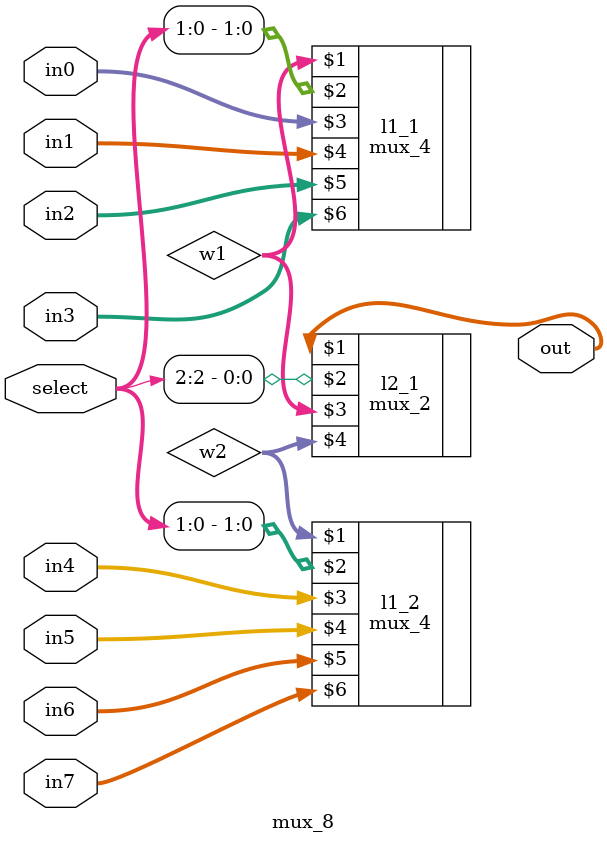
<source format=v>
module mux_8 (
    out,
    select,
    in0,
    in1,
    in2,
    in3,
    in4,
    in5,
    in6,
    in7
);
    
    input [2:0]select;
    input [31:0] in0, in1, in2, in3, in4, in5, in6, in7;

    output [31:0] out;

    wire [31:0] w1, w2;

    mux_4 l1_1(w1, select[1:0], in0, in1, in2, in3);
    mux_4 l1_2(w2, select[1:0], in4, in5, in6, in7);

    mux_2 l2_1(out, select[2], w1, w2);

endmodule
</source>
